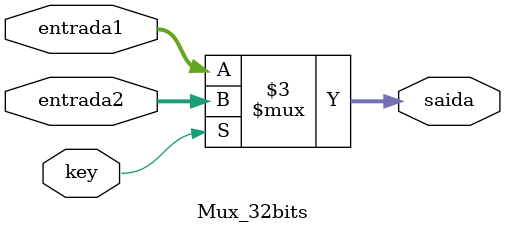
<source format=v>

module Mux_32bits (input [31:0] entrada1, input [31:0] entrada2, input key, output reg [31:0] saida);

always @ (key or entrada1 or entrada2)

begin
	if (key)
		saida <= entrada2;
	else
		saida <= entrada1;
end

endmodule


</source>
